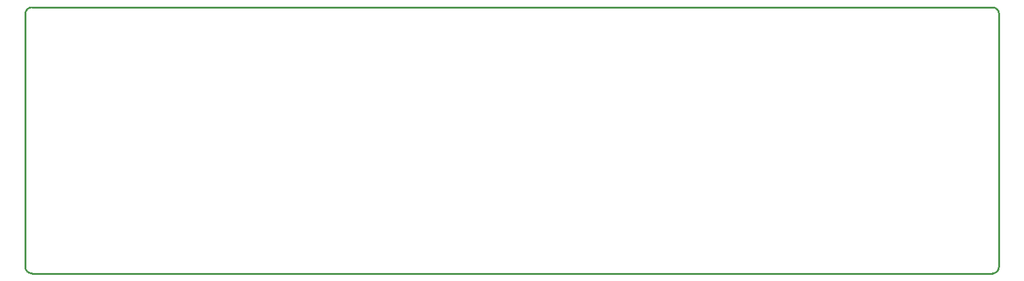
<source format=gbr>
G04 start of page 6 for group 4 idx 4 *
G04 Title: fet12v2, outline *
G04 Creator: pcb 20140316 *
G04 CreationDate: Wed 13 Jun 2018 07:35:06 AM GMT UTC *
G04 For: brian *
G04 Format: Gerber/RS-274X *
G04 PCB-Dimensions (mil): 6000.00 5000.00 *
G04 PCB-Coordinate-Origin: lower left *
%MOIN*%
%FSLAX25Y25*%
%LNOUTLINE*%
%ADD93C,0.0100*%
G54D93*X20000Y46500D02*X542000D01*
X545500Y50000D02*Y187500D01*
X542000Y191000D02*X20000D01*
X16500Y50000D02*Y187500D01*
X20000Y46500D02*G75*G02X16500Y50000I0J3500D01*G01*
X545500D02*G75*G02X542000Y46500I-3500J0D01*G01*
Y191000D02*G75*G02X545500Y187500I0J-3500D01*G01*
X20000Y191000D02*G75*G03X16500Y187500I0J-3500D01*G01*
M02*

</source>
